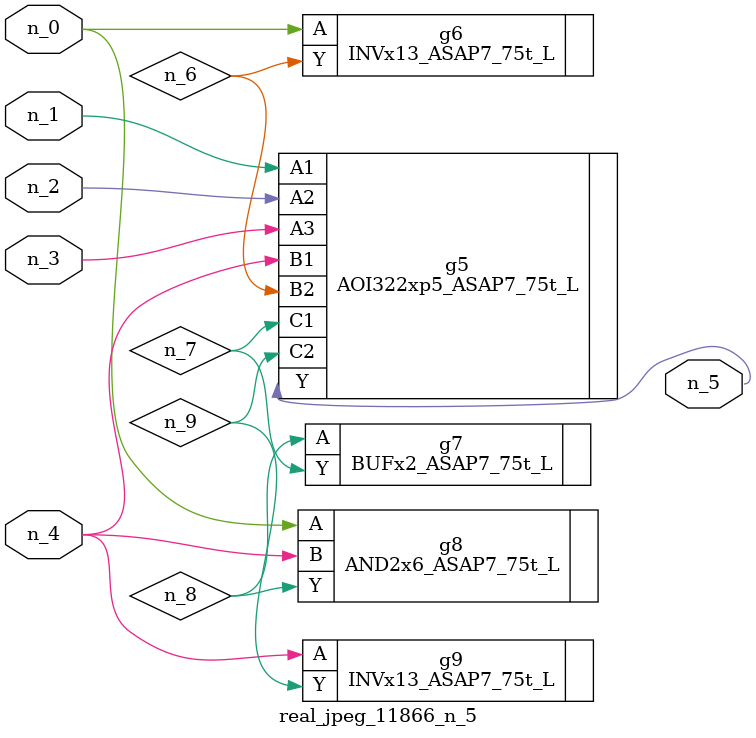
<source format=v>
module real_jpeg_11866_n_5 (n_4, n_0, n_1, n_2, n_3, n_5);

input n_4;
input n_0;
input n_1;
input n_2;
input n_3;

output n_5;

wire n_8;
wire n_6;
wire n_7;
wire n_9;

INVx13_ASAP7_75t_L g6 ( 
.A(n_0),
.Y(n_6)
);

AND2x6_ASAP7_75t_L g8 ( 
.A(n_0),
.B(n_4),
.Y(n_8)
);

AOI322xp5_ASAP7_75t_L g5 ( 
.A1(n_1),
.A2(n_2),
.A3(n_3),
.B1(n_4),
.B2(n_6),
.C1(n_7),
.C2(n_9),
.Y(n_5)
);

INVx13_ASAP7_75t_L g9 ( 
.A(n_4),
.Y(n_9)
);

BUFx2_ASAP7_75t_L g7 ( 
.A(n_8),
.Y(n_7)
);


endmodule
</source>
